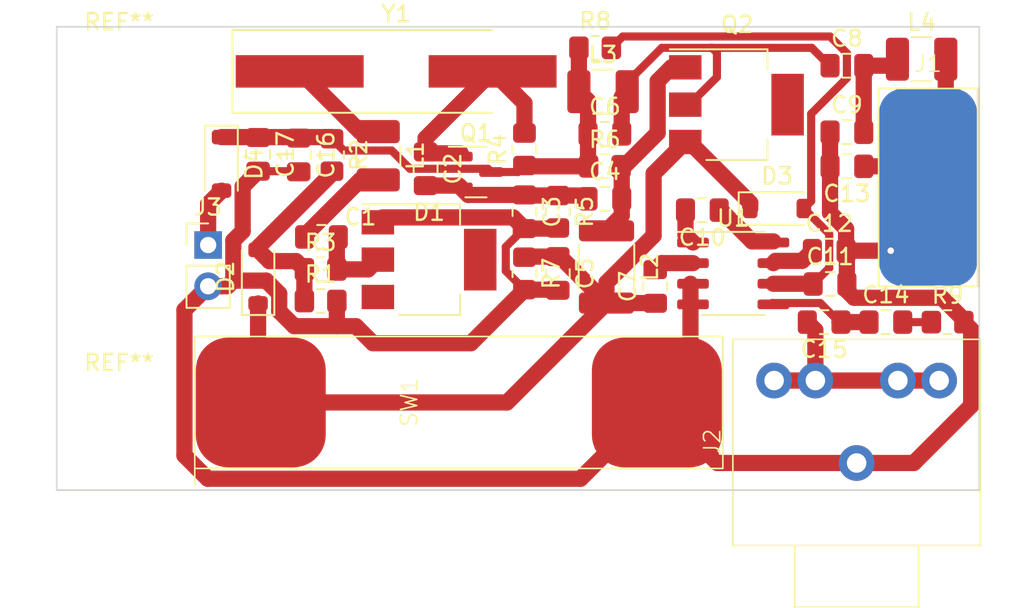
<source format=kicad_pcb>
(kicad_pcb (version 20221018) (generator pcbnew)
  (layers (0 "F.Cu" signal) (31 "B.Cu" signal) (34 "B.Paste" user) (35 "F.Paste" user) (36 "B.SilkS" user "B.Silkscreen") (37 "F.SilkS" user "F.Silkscreen") (38 "B.Mask" user) (39 "F.Mask" user) (44 "Edge.Cuts" user))
  (net 0 "")
  (net 1 "Net-(J1-In)")
  (net 2 "GND")
  (net 3 "/audio")
  (net 4 "Net-(J2-Pin_1)")
  (net 5 "Net-(C14-Pad2)")
  (net 6 "VCC")
  (net 7 "Net-(D3-A)")
  (net 8 "Net-(Q2-B)")
  (net 9 "Net-(Q1-E)")
  (net 10 "Net-(Q1-B)")
  (net 11 "Net-(D2-A)")
  (net 12 "Net-(D1-A)")
  (net 13 "/antenna")
  (net 14 "Net-(C10-Pad2)")
  (net 15 "Net-(U1--)")
  (net 16 "Net-(C14-Pad1)")
  (net 17 "Net-(U1-BYPASS)")
  (net 18 "Net-(C10-Pad1)")
  (net 19 "Net-(C8-Pad2)")
  (net 20 "Net-(L1-Pad1)")
  (net 21 "Net-(C1-Pad1)")
  (net 22 "Net-(D4-A)")
  (footprint "Package_TO_SOT_SMD:SOT-223" (layer "F.Cu") (at 127.5 61.1)
    (fp_text reference "Q2" (at 0.05 -4.9375) (layer "F.SilkS"))
    (fp_text value "PZT2222AT1G")
    (fp_line (start -4.1 -3.41) (end 1.91 -3.41) (stroke (width 0.12)) (layer "F.SilkS"))
    (fp_line (start -1.85 3.41) (end 1.91 3.41) (stroke (width 0.12)) (layer "F.SilkS"))
    (fp_line (start 1.91 -3.41) (end 1.91 -2.15) (stroke (width 0.12)) (layer "F.SilkS"))
    (fp_line (start 1.91 3.41) (end 1.91 2.15) (stroke (width 0.12)) (layer "F.SilkS"))
    (pad "1" smd rect (at -3.15 -2.3) (size 2 1.5) (layers "F.Cu" "F.Paste" "F.Mask") (net 8 "Net-(Q2-B)"))
    (pad "2" smd rect (at -3.15 0) (size 2 1.5) (layers "F.Cu" "F.Paste" "F.Mask") (net 13 "/antenna"))
    (pad "3" smd rect (at -3.15 2.3) (size 2 1.5) (layers "F.Cu" "F.Paste" "F.Mask") (net 3 "/audio"))
    (pad "4" smd rect (at 3.15 0) (size 2 3.8) (layers "F.Cu" "F.Paste" "F.Mask"))
  )
  (footprint "Resistor_SMD:R_0805_2012Metric_Pad1.20x1.40mm_HandSolder" (layer "F.Cu") (at 101.9 73.2)
    (fp_text reference "R1" (at 0 -1.65) (layer "F.SilkS"))
    (fp_text value "100k")
    (fp_line (start -0.227064 -0.735) (end 0.227064 -0.735) (stroke (width 0.12)) (layer "F.SilkS"))
    (fp_line (start -0.227064 0.735) (end 0.227064 0.735) (stroke (width 0.12)) (layer "F.SilkS"))
    (pad "1" smd roundrect (at -1 0) (size 1.2 1.4) (layers "F.Cu" "F.Paste" "F.Mask") (roundrect_rratio 0.2083333333) (net 11 "Net-(D2-A)"))
    (pad "2" smd roundrect (at 1 0) (size 1.2 1.4) (layers "F.Cu" "F.Paste" "F.Mask") (roundrect_rratio 0.2083333333) (net 2 "GND"))
  )
  (footprint "Capacitor_SMD:C_0805_2012Metric_Pad1.18x1.45mm_HandSolder" (layer "F.Cu") (at 136.7 74.5)
    (fp_text reference "C14" (at 0 -1.68) (layer "F.SilkS"))
    (fp_text value "47n")
    (fp_line (start -0.261252 -0.735) (end 0.261252 -0.735) (stroke (width 0.12)) (layer "F.SilkS"))
    (fp_line (start -0.261252 0.735) (end 0.261252 0.735) (stroke (width 0.12)) (layer "F.SilkS"))
    (pad "1" smd roundrect (at -1.0375 0) (size 1.175 1.45) (layers "F.Cu" "F.Paste" "F.Mask") (roundrect_rratio 0.2127659574) (net 16 "Net-(C14-Pad1)"))
    (pad "2" smd roundrect (at 1.0375 0) (size 1.175 1.45) (layers "F.Cu" "F.Paste" "F.Mask") (roundrect_rratio 0.2127659574) (net 5 "Net-(C14-Pad2)"))
  )
  (footprint "morse-custom-footprints:jack_audio_connector" (layer "F.Cu") (at 134.9 80.64 90)
    (fp_text reference "J2" (at -1.27 -8.89 90 unlocked) (layer "F.SilkS") (effects (font (thickness 0.1))))
    (fp_text value "jack_connecor")
    (fp_line (start -11.43 -3.81) (end -11.43 3.81) (stroke (width 0.1)) (layer "F.SilkS"))
    (fp_line (start -11.43 3.81) (end -7.62 3.81) (stroke (width 0.1)) (layer "F.SilkS"))
    (fp_line (start -7.62 -7.62) (end 2.54 -7.62) (stroke (width 0.1)) (layer "F.SilkS"))
    (fp_line (start -7.62 -3.81) (end -11.43 -3.81) (stroke (width 0.1)) (layer "F.SilkS"))
    (fp_line (start -7.62 7.62) (end -7.62 -7.62) (stroke (width 0.1)) (layer "F.SilkS"))
    (fp_line (start 2.54 -7.62) (end 5.08 -7.62) (stroke (width 0.1)) (layer "F.SilkS"))
    (fp_line (start 5.08 -7.62) (end 5.08 7.62) (stroke (width 0.1)) (layer "F.SilkS"))
    (fp_line (start 5.08 7.62) (end -7.62 7.62) (stroke (width 0.1)) (layer "F.SilkS"))
    (pad "1" thru_hole circle (at 2.54 -5.08 90) (size 2.2 2.2) (drill 1.2) (layers "*.Cu" "*.Mask") (net 4 "Net-(J2-Pin_1)"))
    (pad "2" thru_hole circle (at 2.54 -2.54 90) (size 2.2 2.2) (drill 1.2) (layers "*.Cu" "*.Mask") (net 4 "Net-(J2-Pin_1)"))
    (pad "3" thru_hole circle (at 2.54 2.54 90) (size 2.2 2.2) (drill 1.2) (layers "*.Cu" "*.Mask") (net 4 "Net-(J2-Pin_1)"))
    (pad "4" thru_hole circle (at 2.54 5.08 90) (size 2.2 2.2) (drill 1.2) (layers "*.Cu" "*.Mask") (net 4 "Net-(J2-Pin_1)"))
    (pad "5" thru_hole circle (at -2.54 0 90) (size 2.2 2.2) (drill 1.2) (layers "*.Cu" "*.Mask") (net 2 "GND"))
  )
  (footprint "Inductor_SMD:L_1210_3225Metric_Pad1.42x2.65mm_HandSolder" (layer "F.Cu") (at 119.2875 60.3)
    (fp_text reference "L3" (at 0 -2.28) (layer "F.SilkS"))
    (fp_text value "12u")
    (fp_line (start -0.602064 -1.36) (end 0.602064 -1.36) (stroke (width 0.12)) (layer "F.SilkS"))
    (fp_line (start -0.602064 1.36) (end 0.602064 1.36) (stroke (width 0.12)) (layer "F.SilkS"))
    (pad "1" smd roundrect (at -1.4875 0) (size 1.425 2.65) (layers "F.Cu" "F.Paste" "F.Mask") (roundrect_rratio 0.1754392982) (net 6 "VCC"))
    (pad "2" smd roundrect (at 1.4875 0) (size 1.425 2.65) (layers "F.Cu" "F.Paste" "F.Mask") (roundrect_rratio 0.1754392982) (net 13 "/antenna"))
  )
  (footprint "MountingHole:MountingHole_3mm" (layer "F.Cu") (at 89.5 81)
    (fp_text reference "REF**" (at 0 -4) (layer "F.SilkS"))
    (fp_text value "MountingHole_3mm")
    (pad "" np_thru_hole circle (at 0 0) (size 3 3) (drill 3) (layers "*.Cu" "*.Mask"))
  )
  (footprint "Diode_SMD:D_SOD-123" (layer "F.Cu") (at 95.8 64.75 -90)
    (fp_text reference "D4" (at 0 -2 90) (layer "F.SilkS"))
    (fp_text value "S14")
    (fp_line (start -2.36 -1) (end -2.36 1) (stroke (width 0.12)) (layer "F.SilkS"))
    (fp_line (start -2.36 -1) (end 1.65 -1) (stroke (width 0.12)) (layer "F.SilkS"))
    (fp_line (start -2.36 1) (end 1.65 1) (stroke (width 0.12)) (layer "F.SilkS"))
    (pad "1" smd roundrect (at -1.65 0 270) (size 0.9 1.2) (layers "F.Cu" "F.Paste" "F.Mask") (net 6 "VCC"))
    (pad "2" smd roundrect (at 1.65 0 270) (size 0.9 1.2) (layers "F.Cu" "F.Paste" "F.Mask") (net 22 "Net-(D4-A)"))
  )
  (footprint "Capacitor_SMD:C_0805_2012Metric_Pad1.18x1.45mm_HandSolder" (layer "F.Cu") (at 132.9 74.5 180)
    (fp_text reference "C15" (at 0 -1.68) (layer "F.SilkS"))
    (fp_text value "22u")
    (fp_line (start -0.261252 -0.735) (end 0.261252 -0.735) (stroke (width 0.12)) (layer "F.SilkS"))
    (fp_line (start -0.261252 0.735) (end 0.261252 0.735) (stroke (width 0.12)) (layer "F.SilkS"))
    (pad "1" smd roundrect (at -1.0375 0 180) (size 1.175 1.45) (layers "F.Cu" "F.Paste" "F.Mask") (roundrect_rratio 0.2127659574) (net 16 "Net-(C14-Pad1)"))
    (pad "2" smd roundrect (at 1.0375 0 180) (size 1.175 1.45) (layers "F.Cu" "F.Paste" "F.Mask") (roundrect_rratio 0.2127659574) (net 4 "Net-(J2-Pin_1)"))
  )
  (footprint "Resistor_SMD:R_0805_2012Metric_Pad1.20x1.40mm_HandSolder" (layer "F.Cu") (at 119.4 64.9)
    (fp_text reference "R6" (at 0 -1.65) (layer "F.SilkS"))
    (fp_text value "47k")
    (fp_line (start -0.227064 -0.735) (end 0.227064 -0.735) (stroke (width 0.12)) (layer "F.SilkS"))
    (fp_line (start -0.227064 0.735) (end 0.227064 0.735) (stroke (width 0.12)) (layer "F.SilkS"))
    (pad "1" smd roundrect (at -1 0) (size 1.2 1.4) (layers "F.Cu" "F.Paste" "F.Mask") (roundrect_rratio 0.2083333333) (net 6 "VCC"))
    (pad "2" smd roundrect (at 1 0) (size 1.2 1.4) (layers "F.Cu" "F.Paste" "F.Mask") (roundrect_rratio 0.2083333333) (net 8 "Net-(Q2-B)"))
  )
  (footprint "Capacitor_SMD:C_0805_2012Metric_Pad1.18x1.45mm_HandSolder" (layer "F.Cu") (at 101.95 69.25)
    (fp_text reference "C1" (at 2.4 -1.23) (layer "F.SilkS"))
    (fp_text value "1n")
    (fp_line (start -0.261252 -0.735) (end 0.261252 -0.735) (stroke (width 0.12)) (layer "F.SilkS"))
    (fp_line (start -0.261252 0.735) (end 0.261252 0.735) (stroke (width 0.12)) (layer "F.SilkS"))
    (pad "1" smd roundrect (at -1.0375 0) (size 1.175 1.45) (layers "F.Cu" "F.Paste" "F.Mask") (roundrect_rratio 0.2127659574) (net 21 "Net-(C1-Pad1)"))
    (pad "2" smd roundrect (at 1.0375 0) (size 1.175 1.45) (layers "F.Cu" "F.Paste" "F.Mask") (roundrect_rratio 0.2127659574) (net 12 "Net-(D1-A)"))
  )
  (footprint "Resistor_SMD:R_0805_2012Metric_Pad1.20x1.40mm_HandSolder" (layer "F.Cu") (at 118.8 57.6)
    (fp_text reference "R8" (at 0 -1.65) (layer "F.SilkS"))
    (fp_text value "1k")
    (fp_line (start -0.227064 -0.735) (end 0.227064 -0.735) (stroke (width 0.12)) (layer "F.SilkS"))
    (fp_line (start -0.227064 0.735) (end 0.227064 0.735) (stroke (width 0.12)) (layer "F.SilkS"))
    (pad "1" smd roundrect (at -1 0) (size 1.2 1.4) (layers "F.Cu" "F.Paste" "F.Mask") (roundrect_rratio 0.2083333333) (net 6 "VCC"))
    (pad "2" smd roundrect (at 1 0) (size 1.2 1.4) (layers "F.Cu" "F.Paste" "F.Mask") (roundrect_rratio 0.2083333333) (net 7 "Net-(D3-A)"))
  )
  (footprint "Resistor_SMD:R_0805_2012Metric_Pad1.20x1.40mm_HandSolder" (layer "F.Cu") (at 114.45 63.85 90)
    (fp_text reference "R4" (at 0 -1.65 90) (layer "F.SilkS"))
    (fp_text value "47k")
    (fp_line (start -0.227064 -0.735) (end 0.227064 -0.735) (stroke (width 0.12)) (layer "F.SilkS"))
    (fp_line (start -0.227064 0.735) (end 0.227064 0.735) (stroke (width 0.12)) (layer "F.SilkS"))
    (pad "1" smd roundrect (at -1 0 90) (size 1.2 1.4) (layers "F.Cu" "F.Paste" "F.Mask") (roundrect_rratio 0.2083333333) (net 6 "VCC"))
    (pad "2" smd roundrect (at 1 0 90) (size 1.2 1.4) (layers "F.Cu" "F.Paste" "F.Mask") (roundrect_rratio 0.2083333333) (net 10 "Net-(Q1-B)"))
  )
  (footprint "Capacitor_SMD:C_0805_2012Metric_Pad1.18x1.45mm_HandSolder" (layer "F.Cu") (at 134.3 64.9 180)
    (fp_text reference "C13" (at 0 -1.68) (layer "F.SilkS"))
    (fp_text value "820p")
    (fp_line (start -0.261252 -0.735) (end 0.261252 -0.735) (stroke (width 0.12)) (layer "F.SilkS"))
    (fp_line (start -0.261252 0.735) (end 0.261252 0.735) (stroke (width 0.12)) (layer "F.SilkS"))
    (pad "1" smd roundrect (at -1.0375 0 180) (size 1.175 1.45) (layers "F.Cu" "F.Paste" "F.Mask") (roundrect_rratio 0.2127659574) (net 1 "Net-(J1-In)"))
    (pad "2" smd roundrect (at 1.0375 0 180) (size 1.175 1.45) (layers "F.Cu" "F.Paste" "F.Mask") (roundrect_rratio 0.2127659574) (net 2 "GND"))
  )
  (footprint "morse-custom-footprints:key" (layer "F.Cu") (at 109.9 79.45 90)
    (fp_text reference "SW1" (at 0 -2.54 90 unlocked) (layer "F.SilkS") (effects (font (thickness 0.1))))
    (fp_text value "SW_Push")
    (fp_line (start -5.08 -15.748) (end 4.064 -15.748) (stroke (width 0.1)) (layer "F.SilkS"))
    (fp_line (start -4.064 16.764) (end -4.064 -15.748) (stroke (width 0.1)) (layer "F.SilkS"))
    (fp_line (start 4.064 -15.748) (end 4.064 16.764) (stroke (width 0.1)) (layer "F.SilkS"))
    (fp_line (start 4.064 16.764) (end -4.064 16.764) (stroke (width 0.1)) (layer "F.SilkS"))
    (pad "1" smd roundrect (at 0 12.7 90) (size 8 8) (layers "F.Cu" "F.Paste" "F.Mask") (net 2 "GND"))
    (pad "2" smd roundrect (at 0 -11.684 90) (size 8 8) (layers "F.Cu" "F.Paste" "F.Mask") (net 3 "/audio"))
  )
  (footprint "Capacitor_SMD:C_0805_2012Metric_Pad1.18x1.45mm_HandSolder" (layer "F.Cu") (at 122.5 72.3 90)
    (fp_text reference "C7" (at 0 -1.68 90) (layer "F.SilkS"))
    (fp_text value "100n")
    (fp_line (start -0.261252 -0.735) (end 0.261252 -0.735) (stroke (width 0.12)) (layer "F.SilkS"))
    (fp_line (start -0.261252 0.735) (end 0.261252 0.735) (stroke (width 0.12)) (layer "F.SilkS"))
    (pad "1" smd roundrect (at -1.0375 0 90) (size 1.175 1.45) (layers "F.Cu" "F.Paste" "F.Mask") (roundrect_rratio 0.2127659574) (net 3 "/audio"))
    (pad "2" smd roundrect (at 1.0375 0 90) (size 1.175 1.45) (layers "F.Cu" "F.Paste" "F.Mask") (roundrect_rratio 0.2127659574) (net 15 "Net-(U1--)"))
  )
  (footprint "Resistor_SMD:R_0805_2012Metric_Pad1.20x1.40mm_HandSolder" (layer "F.Cu") (at 114.45 71.5 -90)
    (fp_text reference "R7" (at 0 -1.65 90) (layer "F.SilkS"))
    (fp_text value "10k")
    (fp_line (start -0.227064 -0.735) (end 0.227064 -0.735) (stroke (width 0.12)) (layer "F.SilkS"))
    (fp_line (start -0.227064 0.735) (end 0.227064 0.735) (stroke (width 0.12)) (layer "F.SilkS"))
    (pad "1" smd roundrect (at -1 0 270) (size 1.2 1.4) (layers "F.Cu" "F.Paste" "F.Mask") (roundrect_rratio 0.2083333333) (net 3 "/audio"))
    (pad "2" smd roundrect (at 1 0 270) (size 1.2 1.4) (layers "F.Cu" "F.Paste" "F.Mask") (roundrect_rratio 0.2083333333) (net 2 "GND"))
  )
  (footprint "Resistor_SMD:R_0805_2012Metric_Pad1.20x1.40mm_HandSolder" (layer "F.Cu") (at 101.9 71.25)
    (fp_text reference "R3" (at 0 -1.65) (layer "F.SilkS"))
    (fp_text value "100k")
    (fp_line (start -0.227064 -0.735) (end 0.227064 -0.735) (stroke (width 0.12)) (layer "F.SilkS"))
    (fp_line (start -0.227064 0.735) (end 0.227064 0.735) (stroke (width 0.12)) (layer "F.SilkS"))
    (pad "1" smd roundrect (at -1 0) (size 1.2 1.4) (layers "F.Cu" "F.Paste" "F.Mask") (roundrect_rratio 0.2083333333) (net 11 "Net-(D2-A)"))
    (pad "2" smd roundrect (at 1 0) (size 1.2 1.4) (layers "F.Cu" "F.Paste" "F.Mask") (roundrect_rratio 0.2083333333) (net 12 "Net-(D1-A)"))
  )
  (footprint "Capacitor_SMD:C_0805_2012Metric_Pad1.18x1.45mm_HandSolder" (layer "F.Cu") (at 133.2625 72.15)
    (fp_text reference "C11" (at 0 -1.68) (layer "F.SilkS"))
    (fp_text value "22u")
    (fp_line (start -0.261252 -0.735) (end 0.261252 -0.735) (stroke (width 0.12)) (layer "F.SilkS"))
    (fp_line (start -0.261252 0.735) (end 0.261252 0.735) (stroke (width 0.12)) (layer "F.SilkS"))
    (pad "1" smd roundrect (at -1.0375 0) (size 1.175 1.45) (layers "F.Cu" "F.Paste" "F.Mask") (roundrect_rratio 0.2127659574) (net 7 "Net-(D3-A)"))
    (pad "2" smd roundrect (at 1.0375 0) (size 1.175 1.45) (layers "F.Cu" "F.Paste" "F.Mask") (roundrect_rratio 0.2127659574) (net 2 "GND"))
  )
  (footprint "Resistor_SMD:R_0805_2012Metric_Pad1.20x1.40mm_HandSolder" (layer "F.Cu") (at 116.5 67.7 -90)
    (fp_text reference "R5" (at 0 -1.65 90) (layer "F.SilkS"))
    (fp_text value "1k")
    (fp_line (start -0.227064 -0.735) (end 0.227064 -0.735) (stroke (width 0.12)) (layer "F.SilkS"))
    (fp_line (start -0.227064 0.735) (end 0.227064 0.735) (stroke (width 0.12)) (layer "F.SilkS"))
    (pad "1" smd roundrect (at -1 0 270) (size 1.2 1.4) (layers "F.Cu" "F.Paste" "F.Mask") (roundrect_rratio 0.2083333333) (net 9 "Net-(Q1-E)"))
    (pad "2" smd roundrect (at 1 0 270) (size 1.2 1.4) (layers "F.Cu" "F.Paste" "F.Mask") (roundrect_rratio 0.2083333333) (net 2 "GND"))
  )
  (footprint "Capacitor_SMD:C_0805_2012Metric_Pad1.18x1.45mm_HandSolder" (layer "F.Cu") (at 119.4 62.9)
    (fp_text reference "C6" (at 0 -1.68) (layer "F.SilkS"))
    (fp_text value "180p")
    (fp_line (start -0.261252 -0.735) (end 0.261252 -0.735) (stroke (width 0.12)) (layer "F.SilkS"))
    (fp_line (start -0.261252 0.735) (end 0.261252 0.735) (stroke (width 0.12)) (layer "F.SilkS"))
    (pad "1" smd roundrect (at -1.0375 0) (size 1.175 1.45) (layers "F.Cu" "F.Paste" "F.Mask") (roundrect_rratio 0.2127659574) (net 6 "VCC"))
    (pad "2" smd roundrect (at 1.0375 0) (size 1.175 1.45) (layers "F.Cu" "F.Paste" "F.Mask") (roundrect_rratio 0.2127659574) (net 13 "/antenna"))
  )
  (footprint "Package_SO:SOIC-8_3.9x4.9mm_P1.27mm" (layer "F.Cu") (at 127.3 71.5)
    (fp_text reference "U1" (at 0 -3.4) (layer "F.SilkS"))
    (fp_text value "LM386")
    (fp_line (start 0 -2.56) (end -3.45 -2.56) (stroke (width 0.12)) (layer "F.SilkS"))
    (fp_line (start 0 -2.56) (end 1.95 -2.56) (stroke (width 0.12)) (layer "F.SilkS"))
    (fp_line (start 0 2.56) (end -1.95 2.56) (stroke (width 0.12)) (layer "F.SilkS"))
    (fp_line (start 0 2.56) (end 1.95 2.56) (stroke (width 0.12)) (layer "F.SilkS"))
    (pad "1" smd roundrect (at -2.475 -1.905) (size 1.95 0.6) (layers "F.Cu" "F.Paste" "F.Mask") (net 14 "Net-(C10-Pad2)"))
    (pad "2" smd roundrect (at -2.475 -0.635) (size 1.95 0.6) (layers "F.Cu" "F.Paste" "F.Mask") (net 15 "Net-(U1--)"))
    (pad "3" smd roundrect (at -2.475 0.635) (size 1.95 0.6) (layers "F.Cu" "F.Paste" "F.Mask") (net 2 "GND"))
    (pad "4" smd roundrect (at -2.475 1.905) (size 1.95 0.6) (layers "F.Cu" "F.Paste" "F.Mask") (net 2 "GND"))
    (pad "5" smd roundrect (at 2.475 1.905) (size 1.95 0.6) (layers "F.Cu" "F.Paste" "F.Mask") (net 16 "Net-(C14-Pad1)"))
    (pad "6" smd roundrect (at 2.475 0.635) (size 1.95 0.6) (layers "F.Cu" "F.Paste" "F.Mask") (net 7 "Net-(D3-A)"))
    (pad "7" smd roundrect (at 2.475 -0.635) (size 1.95 0.6) (layers "F.Cu" "F.Paste" "F.Mask") (net 17 "Net-(U1-BYPASS)"))
    (pad "8" smd roundrect (at 2.475 -1.905) (size 1.95 0.6) (layers "F.Cu" "F.Paste" "F.Mask") (net 18 "Net-(C10-Pad1)"))
  )
  (footprint "Capacitor_SMD:C_0805_2012Metric_Pad1.18x1.45mm_HandSolder" (layer "F.Cu") (at 134.3 62.8)
    (fp_text reference "C9" (at 0 -1.68) (layer "F.SilkS"))
    (fp_text value "820p")
    (fp_line (start -0.261252 -0.735) (end 0.261252 -0.735) (stroke (width 0.12)) (layer "F.SilkS"))
    (fp_line (start -0.261252 0.735) (end 0.261252 0.735) (stroke (width 0.12)) (layer "F.SilkS"))
    (pad "1" smd roundrect (at -1.0375 0) (size 1.175 1.45) (layers "F.Cu" "F.Paste" "F.Mask") (roundrect_rratio 0.2127659574) (net 2 "GND"))
    (pad "2" smd roundrect (at 1.0375 0) (size 1.175 1.45) (layers "F.Cu" "F.Paste" "F.Mask") (roundrect_rratio 0.2127659574) (net 19 "Net-(C8-Pad2)"))
  )
  (footprint "MountingHole:MountingHole_3mm" (layer "F.Cu") (at 89.5 60)
    (fp_text reference "REF**" (at 0 -4) (layer "F.SilkS"))
    (fp_text value "MountingHole_3mm")
    (pad "" np_thru_hole circle (at 0 0) (size 3 3) (drill 3) (layers "*.Cu" "*.Mask"))
  )
  (footprint "Capacitor_SMD:C_0805_2012Metric_Pad1.18x1.45mm_HandSolder" (layer "F.Cu") (at 116.5 71.5 -90)
    (fp_text reference "C5" (at 0 -1.68 90) (layer "F.SilkS"))
    (fp_text value "10n")
    (fp_line (start -0.261252 -0.735) (end 0.261252 -0.735) (stroke (width 0.12)) (layer "F.SilkS"))
    (fp_line (start -0.261252 0.735) (end 0.261252 0.735) (stroke (width 0.12)) (layer "F.SilkS"))
    (pad "1" smd roundrect (at -1.0375 0 270) (size 1.175 1.45) (layers "F.Cu" "F.Paste" "F.Mask") (roundrect_rratio 0.2127659574) (net 3 "/audio"))
    (pad "2" smd roundrect (at 1.0375 0 270) (size 1.175 1.45) (layers "F.Cu" "F.Paste" "F.Mask") (roundrect_rratio 0.2127659574) (net 2 "GND"))
  )
  (footprint "Inductor_SMD:L_1210_3225Metric_Pad1.42x2.65mm_HandSolder" (layer "F.Cu") (at 105.45 64.25 -90)
    (fp_text reference "L1" (at 0 -2.28 90) (layer "F.SilkS"))
    (fp_text value "39..47u")
    (fp_line (start -0.602064 -1.36) (end 0.602064 -1.36) (stroke (width 0.12)) (layer "F.SilkS"))
    (fp_line (start -0.602064 1.36) (end 0.602064 1.36) (stroke (width 0.12)) (layer "F.SilkS"))
    (pad "1" smd roundrect (at -1.4875 0 270) (size 1.425 2.65) (layers "F.Cu" "F.Paste" "F.Mask") (roundrect_rratio 0.1754392982) (net 20 "Net-(L1-Pad1)"))
    (pad "2" smd roundrect (at 1.4875 0 270) (size 1.425 2.65) (layers "F.Cu" "F.Paste" "F.Mask") (roundrect_rratio 0.1754392982) (net 21 "Net-(C1-Pad1)"))
  )
  (footprint "Resistor_SMD:R_0805_2012Metric_Pad1.20x1.40mm_HandSolder" (layer "F.Cu") (at 102.6 64.2 -90)
    (fp_text reference "R2" (at 0 -1.65 90) (layer "F.SilkS"))
    (fp_text value "100k")
    (fp_line (start -0.227064 -0.735) (end 0.227064 -0.735) (stroke (width 0.12)) (layer "F.SilkS"))
    (fp_line (start -0.227064 0.735) (end 0.227064 0.735) (stroke (width 0.12)) (layer "F.SilkS"))
    (pad "1" smd roundrect (at -1 0 270) (size 1.2 1.4) (layers "F.Cu" "F.Paste" "F.Mask") (roundrect_rratio 0.2083333333) (net 6 "VCC"))
    (pad "2" smd roundrect (at 1 0 270) (size 1.2 1.4) (layers "F.Cu" "F.Paste" "F.Mask") (roundrect_rratio 0.2083333333) (net 11 "Net-(D2-A)"))
  )
  (footprint "Diode_SMD:D_SOD-123" (layer "F.Cu") (at 98.05 71.7 90)
    (fp_text reference "D2" (at 0 -2 90) (layer "F.SilkS"))
    (fp_text value "S14")
    (fp_line (start -2.36 -1) (end -2.36 1) (stroke (width 0.12)) (layer "F.SilkS"))
    (fp_line (start -2.36 -1) (end 1.65 -1) (stroke (width 0.12)) (layer "F.SilkS"))
    (fp_line (start -2.36 1) (end 1.65 1) (stroke (width 0.12)) (layer "F.SilkS"))
    (pad "1" smd roundrect (at -1.65 0 90) (size 0.9 1.2) (layers "F.Cu" "F.Paste" "F.Mask") (net 3 "/audio"))
    (pad "2" smd roundrect (at 1.65 0 90) (size 0.9 1.2) (layers "F.Cu" "F.Paste" "F.Mask") (net 11 "Net-(D2-A)"))
  )
  (footprint "Capacitor_SMD:C_0805_2012Metric_Pad1.18x1.45mm_HandSolder" (layer "F.Cu") (at 100.55 64.2 -90)
    (fp_text reference "C16" (at 0 -1.68 90) (layer "F.SilkS"))
    (fp_text value "100n")
    (fp_line (start -0.261252 -0.735) (end 0.261252 -0.735) (stroke (width 0.12)) (layer "F.SilkS"))
    (fp_line (start -0.261252 0.735) (end 0.261252 0.735) (stroke (width 0.12)) (layer "F.SilkS"))
    (pad "1" smd roundrect (at -1.0375 0 270) (size 1.175 1.45) (layers "F.Cu" "F.Paste" "F.Mask") (roundrect_rratio 0.2127659574) (net 6 "VCC"))
    (pad "2" smd roundrect (at 1.0375 0 270) (size 1.175 1.45) (layers "F.Cu" "F.Paste" "F.Mask") (roundrect_rratio 0.2127659574) (net 2 "GND"))
  )
  (footprint "Capacitor_SMD:C_0805_2012Metric_Pad1.18x1.45mm_HandSolder" (layer "F.Cu") (at 125.4 67.6 180)
    (fp_text reference "C10" (at 0 -1.68) (layer "F.SilkS"))
    (fp_text value "10u")
    (fp_line (start -0.261252 -0.735) (end 0.261252 -0.735) (stroke (width 0.12)) (layer "F.SilkS"))
    (fp_line (start -0.261252 0.735) (end 0.261252 0.735) (stroke (width 0.12)) (layer "F.SilkS"))
    (pad "1" smd roundrect (at -1.0375 0 180) (size 1.175 1.45) (layers "F.Cu" "F.Paste" "F.Mask") (roundrect_rratio 0.2127659574) (net 18 "Net-(C10-Pad1)"))
    (pad "2" smd roundrect (at 1.0375 0 180) (size 1.175 1.45) (layers "F.Cu" "F.Paste" "F.Mask") (roundrect_rratio 0.2127659574) (net 14 "Net-(C10-Pad2)"))
  )
  (footprint "Inductor_SMD:L_1812_4532Metric_Pad1.30x3.40mm_HandSolder" (layer "F.Cu") (at 119.5 71.1 -90)
    (fp_text reference "L2" (at 0 -2.65 90) (layer "F.SilkS"))
    (fp_text value "470u")
    (fp_line (start -1.386252 -1.71) (end 1.386252 -1.71) (stroke (width 0.12)) (layer "F.SilkS"))
    (fp_line (start -1.386252 1.71) (end 1.386252 1.71) (stroke (width 0.12)) (layer "F.SilkS"))
    (pad "1" smd roundrect (at -2.225 0 270) (size 1.3 3.4) (layers "F.Cu" "F.Paste" "F.Mask") (roundrect_rratio 0.1923076923) (net 8 "Net-(Q2-B)"))
    (pad "2" smd roundrect (at 2.225 0 270) (size 1.3 3.4) (layers "F.Cu" "F.Paste" "F.Mask") (roundrect_rratio 0.1923076923) (net 3 "/audio"))
  )
  (footprint "Diode_SMD:D_SOD-123" (layer "F.Cu") (at 130 67.5)
    (fp_text reference "D3" (at 0 -2) (layer "F.SilkS"))
    (fp_text value "S14")
    (fp_line (start -2.36 -1) (end -2.36 1) (stroke (width 0.12)) (layer "F.SilkS"))
    (fp_line (start -2.36 -1) (end 1.65 -1) (stroke (width 0.12)) (layer "F.SilkS"))
    (fp_line (start -2.36 1) (end 1.65 1) (stroke (width 0.12)) (layer "F.SilkS"))
    (pad "1" smd roundrect (at -1.65 0) (size 0.9 1.2) (layers "F.Cu" "F.Paste" "F.Mask") (net 3 "/audio"))
    (pad "2" smd roundrect (at 1.65 0) (size 0.9 1.2) (layers "F.Cu" "F.Paste" "F.Mask") (net 7 "Net-(D3-A)"))
  )
  (footprint "Capacitor_SMD:C_0805_2012Metric_Pad1.18x1.45mm_HandSolder" (layer "F.Cu") (at 119.4 66.9)
    (fp_text reference "C4" (at 0 -1.68) (layer "F.SilkS"))
    (fp_text value "1n")
    (fp_line (start -0.261252 -0.735) (end 0.261252 -0.735) (stroke (width 0.12)) (layer "F.SilkS"))
    (fp_line (start -0.261252 0.735) (end 0.261252 0.735) (stroke (width 0.12)) (layer "F.SilkS"))
    (pad "1" smd roundrect (at -1.0375 0) (size 1.175 1.45) (layers "F.Cu" "F.Paste" "F.Mask") (roundrect_rratio 0.2127659574) (net 9 "Net-(Q1-E)"))
    (pad "2" smd roundrect (at 1.0375 0) (size 1.175 1.45) (layers "F.Cu" "F.Paste" "F.Mask") (roundrect_rratio 0.2127659574) (net 8 "Net-(Q2-B)"))
  )
  (footprint "Capacitor_SMD:C_0805_2012Metric_Pad1.18x1.45mm_HandSolder" (layer "F.Cu") (at 108.3625 65.05 -90)
    (fp_text reference "C2" (at 0 -1.68 90) (layer "F.SilkS"))
    (fp_text value "220p")
    (fp_line (start -0.261252 -0.735) (end 0.261252 -0.735) (stroke (width 0.12)) (layer "F.SilkS"))
    (fp_line (start -0.261252 0.735) (end 0.261252 0.735) (stroke (width 0.12)) (layer "F.SilkS"))
    (pad "1" smd roundrect (at -1.0375 0 270) (size 1.175 1.45) (layers "F.Cu" "F.Paste" "F.Mask") (roundrect_rratio 0.2127659574) (net 10 "Net-(Q1-B)"))
    (pad "2" smd roundrect (at 1.0375 0 270) (size 1.175 1.45) (layers "F.Cu" "F.Paste" "F.Mask") (roundrect_rratio 0.2127659574) (net 9 "Net-(Q1-E)"))
  )
  (footprint "Crystal:Crystal_SMD_HC49-SD_HandSoldering" (layer "F.Cu") (at 106.55 59.05)
    (fp_text reference "Y1" (at 0 -3.55) (layer "F.SilkS"))
    (fp_text value "3579 kHz")
    (fp_line (start -10.075 -2.55) (end -10.075 2.55) (stroke (width 0.12)) (layer "F.SilkS"))
    (fp_line (start -10.075 2.55) (end 5.9 2.55) (stroke (width 0.12)) (layer "F.SilkS"))
    (fp_line (start 5.9 -2.55) (end -10.075 -2.55) (stroke (width 0.12)) (layer "F.SilkS"))
    (pad "1" smd rect (at -5.9375 0) (size 7.875 2) (layers "F.Cu" "F.Paste" "F.Mask") (net 20 "Net-(L1-Pad1)"))
    (pad "2" smd rect (at 5.9375 0) (size 7.875 2) (layers "F.Cu" "F.Paste" "F.Mask") (net 10 "Net-(Q1-B)"))
  )
  (footprint "Connector_PinHeader_2.54mm:PinHeader_1x02_P2.54mm_Vertical" (layer "F.Cu") (at 94.975 69.75)
    (fp_text reference "J3" (at 0 -2.33) (layer "F.SilkS"))
    (fp_text value "PWR in")
    (fp_line (start -1.33 -1.33) (end 0 -1.33) (stroke (width 0.12)) (layer "F.SilkS"))
    (fp_line (start -1.33 0) (end -1.33 -1.33) (stroke (width 0.12)) (layer "F.SilkS"))
    (fp_line (start -1.33 1.27) (end -1.33 3.87) (stroke (width 0.12)) (layer "F.SilkS"))
    (fp_line (start -1.33 1.27) (end 1.33 1.27) (stroke (width 0.12)) (layer "F.SilkS"))
    (fp_line (start -1.33 3.87) (end 1.33 3.87) (stroke (width 0.12)) (layer "F.SilkS"))
    (fp_line (start 1.33 1.27) (end 1.33 3.87) (stroke (width 0.12)) (layer "F.SilkS"))
    (pad "1" thru_hole rect (at 0 0) (size 1.7 1.7) (drill 1) (layers "*.Cu" "*.Mask") (net 22 "Net-(D4-A)"))
    (pad "2" thru_hole oval (at 0 2.54) (size 1.7 1.7) (drill 1) (layers "*.Cu" "*.Mask") (net 2 "GND"))
  )
  (footprint "Package_TO_SOT_SMD:SOT-23" (layer "F.Cu") (at 111.4625 65.25)
    (fp_text reference "Q1" (at 0 -2.4) (layer "F.SilkS"))
    (fp_text value "BC847")
    (fp_line (start 0 -1.56) (end -1.675 -1.56) (stroke (width 0.12)) (layer "F.SilkS"))
    (fp_line (start 0 -1.56) (end 0.65 -1.56) (stroke (width 0.12)) (layer "F.SilkS"))
    (fp_line (start 0 1.56) (end -0.65 1.56) (stroke (width 0.12)) (layer "F.SilkS"))
    (fp_line (start 0 1.56) (end 0.65 1.56) (stroke (width 0.12)) (layer "F.SilkS"))
    (pad "1" smd roundrect (at -0.9375 -0.95) (size 1.475 0.6) (layers "F.Cu" "F.Paste" "F.Mask") (net 10 "Net-(Q1-B)"))
    (pad "2" smd roundrect (at -0.9375 0.95) (size 1.475 0.6) (layers "F.Cu" "F.Paste" "F.Mask") (net 9 "Net-(Q1-E)"))
    (pad "3" smd roundrect (at 0.9375 0) (size 1.475 0.6) (layers "F.Cu" "F.Paste" "F.Mask") (net 6 "VCC"))
  )
  (footprint "Capacitor_SMD:C_0805_2012Metric_Pad1.18x1.45mm_HandSolder" (layer "F.Cu") (at 98.05 64.1625 -90)
    (fp_text reference "C17" (at 0 -1.68 90) (layer "F.SilkS"))
    (fp_text value "22u")
    (fp_line (start -0.261252 -0.735) (end 0.261252 -0.735) (stroke (width 0.12)) (layer "F.SilkS"))
    (fp_line (start -0.261252 0.735) (end 0.261252 0.735) (stroke (width 0.12)) (layer "F.SilkS"))
    (pad "1" smd roundrect (at -1.0375 0 270) (size 1.175 1.45) (layers "F.Cu" "F.Paste" "F.Mask") (roundrect_rratio 0.2127659574) (net 6 "VCC"))
    (pad "2" smd roundrect (at 1.0375 0 270) (size 1.175 1.45) (layers "F.Cu" "F.Paste" "F.Mask") (roundrect_rratio 0.2127659574) (net 2 "GND"))
  )
  (footprint "morse-custom-footprints:sma_rf_connector" (layer "F.Cu") (at 139.3 66.2)
    (fp_text reference "J1" (at 0 -7.62 unlocked) (layer "F.SilkS") (effects (font (thickness 0.1))))
    (fp_text value "Antenna connector")
    (fp_line (start -3.048 -6.096) (end -3.048 6.096) (stroke (width 0.1)) (layer "F.SilkS"))
    (fp_line (start -3.048 6.096) (end 3.048 6.096) (stroke (width 0.1)) (layer "F.SilkS"))
    (fp_line (start 3.048 -6.096) (end -3.048 -6.096) (stroke (width 0.1)) (layer "F.SilkS"))
    (fp_line (start 3.048 6.096) (end 3.048 -6.096) (stroke (width 0.1)) (layer "F.SilkS"))
    (pad "1" smd roundrect (at 0 0) (size 6 2.5) (layers "F.Cu" "F.Paste" "F.Mask") (net 1 "Net-(J1-In)"))
    (pad "2" smd roundrect (at 0 0) (size 6.048 12.192) (layers "B.Cu" "B.Paste" "B.Mask") (net 2 "GND"))
  )
  (footprint "Capacitor_SMD:C_0805_2012Metric_Pad1.18x1.45mm_HandSolder" (layer "F.Cu") (at 114.45 67.7 -90)
    (fp_text reference "C3" (at 0 -1.68 90) (layer "F.SilkS"))
    (fp_text value "220p")
    (fp_line (start -0.261252 -0.735) (end 0.261252 -0.735) (stroke (width 0.12)) (layer "F.SilkS"))
    (fp_line (start -0.261252 0.735) (end 0.261252 0.735) (stroke (width 0.12)) (layer "F.SilkS"))
    (pad "1" smd roundrect (at -1.0375 0 270) (size 1.175 1.45) (layers "F.Cu" "F.Paste" "F.Mask") (roundrect_rratio 0.2127659574) (net 9 "Net-(Q1-E)"))
    (pad "2" smd roundrect (at 1.0375 0 270) (size 1.175 1.45) (layers "F.Cu" "F.Paste" "F.Mask") (roundrect_rratio 0.2127659574) (net 2 "GND"))
  )
  (footprint "Capacitor_SMD:C_0805_2012Metric_Pad1.18x1.45mm_HandSolder" (layer "F.Cu") (at 134.3 58.7)
    (fp_text reference "C8" (at 0 -1.68) (layer "F.SilkS"))
    (fp_text value "10n")
    (fp_line (start -0.261252 -0.735) (end 0.261252 -0.735) (stroke (width 0.12)) (layer "F.SilkS"))
    (fp_line (start -0.261252 0.735) (end 0.261252 0.735) (stroke (width 0.12)) (layer "F.SilkS"))
    (pad "1" smd roundrect (at -1.0375 0) (size 1.175 1.45) (layers "F.Cu" "F.Paste" "F.Mask") (roundrect_rratio 0.2127659574) (net 13 "/antenna"))
    (pad "2" smd roundrect (at 1.0375 0) (size 1.175 1.45) (layers "F.Cu" "F.Paste" "F.Mask") (roundrect_rratio 0.2127659574) (net 19 "Net-(C8-Pad2)"))
  )
  (footprint "Resistor_SMD:R_0805_2012Metric_Pad1.20x1.40mm_HandSolder" (layer "F.Cu") (at 140.5025 74.5)
    (fp_text reference "R9" (at 0 -1.65) (layer "F.SilkS"))
    (fp_text value "10")
    (fp_line (start -0.227064 -0.735) (end 0.227064 -0.735) (stroke (width 0.12)) (layer "F.SilkS"))
    (fp_line (start -0.227064 0.735) (end 0.227064 0.735) (stroke (width 0.12)) (layer "F.SilkS"))
    (pad "1" smd roundrect (at -1 0) (size 1.2 1.4) (layers "F.Cu" "F.Paste" "F.Mask") (roundrect_rratio 0.2083333333) (net 5 "Net-(C14-Pad2)"))
    (pad "2" smd roundrect (at 1 0) (size 1.2 1.4) (layers "F.Cu" "F.Paste" "F.Mask") (roundrect_rratio 0.2083333333) (net 2 "GND"))
  )
  (footprint "Capacitor_SMD:C_0805_2012Metric_Pad1.18x1.45mm_HandSolder" (layer "F.Cu") (at 133.2125 70.1)
    (fp_text reference "C12" (at 0 -1.68) (layer "F.SilkS"))
    (fp_text value "22u")
    (fp_line (start -0.261252 -0.735) (end 0.261252 -0.735) (stroke (width 0.12)) (layer "F.SilkS"))
    (fp_line (start -0.261252 0.735) (end 0.261252 0.735) (stroke (width 0.12)) (layer "F.SilkS"))
    (pad "1" smd roundrect (at -1.0375 0) (size 1.175 1.45) (layers "F.Cu" "F.Paste" "F.Mask") (roundrect_rratio 0.2127659574) (net 17 "Net-(U1-BYPASS)"))
    (pad "2" smd roundrect (at 1.0375 0) (size 1.175 1.45) (layers "F.Cu" "F.Paste" "F.Mask") (roundrect_rratio 0.2127659574) (net 2 "GND"))
  )
  (footprint "Package_TO_SOT_SMD:SOT-223" (layer "F.Cu") (at 108.575 70.65)
    (fp_text reference "D1" (at 0 -2.9125) (layer "F.SilkS"))
    (fp_text value "D_Capacitance")
    (fp_line (start -4.1 -3.41) (end 1.91 -3.41) (stroke (width 0.12)) (layer "F.SilkS"))
    (fp_line (start -1.85 3.41) (end 1.91 3.41) (stroke (width 0.12)) (layer "F.SilkS"))
    (fp_line (start 1.91 -3.41) (end 1.91 -2.15) (stroke (width 0.12)) (layer "F.SilkS"))
    (fp_line (start 1.91 3.41) (end 1.91 2.15) (stroke (width 0.12)) (layer "F.SilkS"))
    (pad "1" smd rect (at -3.15 -2.3) (size 2 1.5) (layers "F.Cu" "F.Paste" "F.Mask") (net 2 "GND"))
    (pad "2" smd rect (at -3.15 0) (size 2 1.5) (layers "F.Cu" "F.Paste" "F.Mask") (net 12 "Net-(D1-A)"))
    (pad "3" smd rect (at -3.15 2.3) (size 2 1.5) (layers "F.Cu" "F.Paste" "F.Mask"))
    (pad "4" smd rect (at 3.15 0) (size 2 3.8) (layers "F.Cu" "F.Paste" "F.Mask"))
  )
  (footprint "Inductor_SMD:L_1210_3225Metric_Pad1.42x2.65mm_HandSolder" (layer "F.Cu") (at 138.9 58.3)
    (fp_text reference "L4" (at 0 -2.28) (layer "F.SilkS"))
    (fp_text value "2u2")
    (fp_line (start -0.602064 -1.36) (end 0.602064 -1.36) (stroke (width 0.12)) (layer "F.SilkS"))
    (fp_line (start -0.602064 1.36) (end 0.602064 1.36) (stroke (width 0.12)) (layer "F.SilkS"))
    (pad "1" smd roundrect (at -1.4875 0) (size 1.425 2.65) (layers "F.Cu" "F.Paste" "F.Mask") (roundrect_rratio 0.1754392982) (net 19 "Net-(C8-Pad2)"))
    (pad "2" smd roundrect (at 1.4875 0) (size 1.425 2.65) (layers "F.Cu" "F.Paste" "F.Mask") (roundrect_rratio 0.1754392982) (net 1 "Net-(J1-In)"))
  )
  (gr_rect (start 85.65 56.3) (end 142.45 84.85) (stroke (width 0.1)) (fill none) (layer "Edge.Cuts"))
  (segment (start 135.3375 64.9) (end 138 64.9) (width 1) (layer "F.Cu") (net 1))
  (segment (start 140.3875 58.3) (end 140.3875 65.1125) (width 1) (layer "F.Cu") (net 1))
  (segment (start 138 64.9) (end 139.3 66.2) (width 1) (layer "F.Cu") (net 1))
  (segment (start 140.3875 65.1125) (end 139.3 66.2) (width 1) (layer "F.Cu") (net 1))
  (segment (start 105.725 68.05) (end 105.425 68.35) (width 1) (layer "F.Cu") (net 2))
  (segment (start 117.9 84.15) (end 122.6 79.45) (width 1) (layer "F.Cu") (net 2))
  (segment (start 134.9 83.18) (end 138.42 83.18) (width 1) (layer "F.Cu") (net 2))
  (segment (start 96.525 69.475) (end 96.525 71.942081) (width 1) (layer "F.Cu") (net 2))
  (segment (start 104.075 74.75) (end 102.9 74.75) (width 1) (layer "F.Cu") (net 2))
  (segment (start 138.42 83.18) (end 141.95 79.65) (width 1) (layer "F.Cu") (net 2))
  (segment (start 134.3 70.15) (end 134.25 70.1) (width 1) (layer "F.Cu") (net 2))
  (segment (start 111.15 75.8) (end 114.45 72.5) (width 1) (layer "F.Cu") (net 2))
  (segment (start 114.45 68.7375) (end 116.4625 68.7375) (width 1) (layer "F.Cu") (net 2))
  (segment (start 134.25 70.1) (end 134.25 68.756498) (width 1) (layer "F.Cu") (net 2))
  (segment (start 102.9 73.2) (end 102.9 74.75) (width 1) (layer "F.Cu") (net 2))
  (segment (start 124.67 77.38) (end 122.6 79.45) (width 1) (layer "F.Cu") (net 2))
  (segment (start 105.125 75.8) (end 104.075 74.75) (width 1) (layer "F.Cu") (net 2))
  (segment (start 93.516 82.716) (end 94.95 84.15) (width 1) (layer "F.Cu") (net 2))
  (segment (start 113.7625 68.05) (end 105.725 68.05) (width 1) (layer "F.Cu") (net 2))
  (segment (start 113.3 69.860051) (end 113.3 71.35) (width 0.5) (layer "F.Cu") (net 2))
  (segment (start 97.1 66.15) (end 97.1 68.9) (width 1) (layer "F.Cu") (net 2))
  (segment (start 134.3 72.15) (end 134.3 72.56) (width 1) (layer "F.Cu") (net 2))
  (segment (start 98.05 65.2) (end 100.5125 65.2) (width 0.5) (layer "F.Cu") (net 2))
  (segment (start 124.67 73.405) (end 124.67 77.38) (width 1) (layer "F.Cu") (net 2))
  (segment (start 114.45 68.7375) (end 114.422551 68.7375) (width 0.5) (layer "F.Cu") (net 2))
  (segment (start 116.4625 72.5) (end 116.5 72.5375) (width 1) (layer "F.Cu") (net 2))
  (segment (start 141.5025 74.5) (end 141.5025 74.356497) (width 1) (layer "F.Cu") (net 2))
  (segment (start 133.2625 67.768998) (end 133.2625 64.9) (width 1) (layer "F.Cu") (net 2))
  (segment (start 114.45 72.5) (end 116.4625 72.5) (width 1) (layer "F.Cu") (net 2))
  (segment (start 93.516 73.749) (end 93.516 82.716) (width 1) (layer "F.Cu") (net 2))
  (segment (start 114.45 68.7375) (end 113.7625 68.05) (width 1) (layer "F.Cu") (net 2))
  (segment (start 122.6 79.45) (end 126.33 83.18) (width 1) (layer "F.Cu") (net 2))
  (segment (start 105.125 75.8) (end 111.15 75.8) (width 1) (layer "F.Cu") (net 2))
  (segment (start 100.5125 65.2) (end 100.55 65.2375) (width 0.5) (layer "F.Cu") (net 2))
  (segment (start 134.3 72.15) (end 134.3 70.15) (width 1) (layer "F.Cu") (net 2))
  (segment (start 99.35 72.741852) (end 98.550229 71.942081) (width 1) (layer "F.Cu") (net 2))
  (segment (start 126.33 83.18) (end 135.41 83.18) (width 1) (layer "F.Cu") (net 2))
  (segment (start 96.525 71.942081) (end 96.177081 72.29) (width 1) (layer "F.Cu") (net 2))
  (segment (start 116.4625 68.7375) (end 116.5 68.7) (width 1) (layer "F.Cu") (net 2))
  (segment (start 141.95 74.9475) (end 141.5025 74.5) (width 1) (layer "F.Cu") (net 2))
  (segment (start 141.95 79.65) (end 141.95 74.9475) (width 1) (layer "F.Cu") (net 2))
  (segment (start 105.475 68.3) (end 105.425 68.35) (width 0.5) (layer "F.Cu") (net 2))
  (segment (start 100.275 74.75) (end 99.35 73.825) (width 1) (layer "F.Cu") (net 2))
  (segment (start 114.422551 68.7375) (end 113.3 69.860051) (width 0.5) (layer "F.Cu") (net 2))
  (segment (start 97.1 68.9) (end 96.525 69.475) (width 1) (layer "F.Cu") (net 2))
  (segment (start 134.25 68.756498) (end 133.2625 67.768998) (width 1) (layer "F.Cu") (net 2))
  (segment (start 133.2625 64.9) (end 133.2625 62.8) (width 1) (layer "F.Cu") (net 2))
  (segment (start 94.95 84.15) (end 117.9 84.15) (width 1) (layer "F.Cu") (net 2))
  (segment (start 94.975 72.29) (end 93.516 73.749) (width 1) (layer "F.Cu") (net 2))
  (segment (start 98.05 65.2) (end 97.1 66.15) (width 1) (layer "F.Cu") (net 2))
  (segment (start 98.550229 71.942081) (end 96.525 71.942081) (width 1) (layer "F.Cu") (net 2))
  (segment (start 96.177081 72.29) (end 94.975 72.29) (width 1) (layer "F.Cu") (net 2))
  (segment (start 134.25 70.1) (end 137 70.1) (width 1) (layer "F.Cu") (net 2))
  (segment (start 141.5025 74.356497) (end 140.146003 73) (width 1) (layer "F.Cu") (net 2))
  (segment (start 99.35 73.825) (end 99.35 72.741852) (width 1) (layer "F.Cu") (net 2))
  (segment (start 102.9 74.75) (end 100.275 74.75) (width 1) (layer "F.Cu") (net 2))
  (segment (start 134.3 72.56) (end 134.74 73) (width 1) (layer "F.Cu") (net 2))
  (segment (start 140.146003 73) (end 134.74 73) (width 1) (layer "F.Cu") (net 2))
  (segment (start 113.3 71.35) (end 114.45 72.5) (width 0.5) (layer "F.Cu") (net 2))
  (segment (start 124.67 72.135) (end 124.67 73.405) (width 1) (layer "F.Cu") (net 2))
  (via (at 137 70.1) (size 0.8) (drill 0.4) (layers "F.Cu" "B.Cu") (net 2))
  (segment (start 119.5 73.325) (end 119.5 72.068503) (width 1) (layer "F.Cu") (net 3))
  (segment (start 98.05 73.35) (end 98.05 79.284) (width 1) (layer "F.Cu") (net 3))
  (segment (start 128.35 67.15) (end 128.35 67.5) (width 1) (layer "F.Cu") (net 3))
  (segment (start 113.375 79.45) (end 119.5 73.325) (width 1) (layer "F.Cu") (net 3))
  (segment (start 116.6375 70.4625) (end 119.5 73.325) (width 1) (layer "F.Cu") (net 3))
  (segment (start 124.35 63.4) (end 124.6 63.4) (width 1) (layer "F.Cu") (net 3))
  (segment (start 116.5 70.4625) (end 114.4875 70.4625) (width 1) (layer "F.Cu") (net 3))
  (segment (start 98.275 79.391) (end 98.216 79.45) (width 0.5) (layer "F.Cu") (net 3))
  (segment (start 116.4625 70.5) (end 116.5 70.4625) (width 0.5) (layer "F.Cu") (net 3))
  (segment (start 119.5 72.068503) (end 122.4 69.168503) (width 1) (layer "F.Cu") (net 3))
  (segment (start 98.05 79.284) (end 98.216 79.45) (width 1) (layer "F.Cu") (net 3))
  (segment (start 119.5 73.325) (end 122.4875 73.325) (width 1) (layer "F.Cu") (net 3))
  (segment (start 124.6 63.4) (end 128.35 67.15) (width 1) (layer "F.Cu") (net 3))
  (segment (start 114.4875 70.4625) (end 114.45 70.5) (width 1) (layer "F.Cu") (net 3))
  (segment (start 122.4875 73.325) (end 122.5 73.3375) (width 1) (layer "F.Cu") (net 3))
  (segment (start 122.4 65.35) (end 124.35 63.4) (width 1) (layer "F.Cu") (net 3))
  (segment (start 116.5 70.4625) (end 116.6375 70.4625) (width 1) (layer "F.Cu") (net 3))
  (segment (start 122.4 69.168503) (end 122.4 65.35) (width 1) (layer "F.Cu") (net 3))
  (segment (start 98.216 79.45) (end 113.375 79.45) (width 1) (layer "F.Cu") (net 3))
  (segment (start 137.44 78.1) (end 132.36 78.1) (width 1) (layer "F.Cu") (net 4))
  (segment (start 132.36 74.9975) (end 131.8625 74.5) (width 1) (layer "F.Cu") (net 4))
  (segment (start 137.44 78.1) (end 139.98 78.1) (width 1) (layer "F.Cu") (net 4))
  (segment (start 129.82 78.1) (end 132.36 78.1) (width 1) (layer "F.Cu") (net 4))
  (segment (start 132.36 78.1) (end 132.36 74.9975) (width 1) (layer "F.Cu") (net 4))
  (segment (start 137.69 74.5) (end 139.5025 74.5) (width 0.5) (layer "F.Cu") (net 5))
  (segment (start 114.5 64.9) (end 114.45 64.85) (width 1) (layer "F.Cu") (net 6))
  (segment (start 117.8 60.3) (end 117.8 57.6) (width 1) (layer "F.Cu") (net 6))
  (segment (start 118.3625 62.9) (end 118.3625 60.8625) (width 1) (layer "F.Cu") (net 6))
  (segment (start 112.4 65.25) (end 114.05 65.25) (width 0.5) (layer "F.Cu") (net 6))
  (segment (start 112.2 65.05) (end 112.4 65.25) (width 0.5) (layer "F.Cu") (net 6))
  (segment (start 102.5625 63.1625) (end 102.6 63.2) (width 0.5) (layer "F.Cu") (net 6))
  (segment (start 118.3625 64.8625) (end 118.4 64.9) (width 1) (layer "F.Cu") (net 6))
  (segment (start 107.4 65.05) (end 112.2 65.05) (width 0.5) (layer "F.Cu") (net 6))
  (segment (start 102.6 63.2) (end 103.325 63.925) (width 0.5) (layer "F.Cu") (net 6))
  (segment (start 100.5125 63.125) (end 100.55 63.1625) (width 0.5) (layer "F.Cu") (net 6))
  (segment (start 95.8 63.1) (end 102.5 63.1) (width 1) (layer "F.Cu") (net 6))
  (segment (start 114.05 65.25) (end 114.45 64.85) (width 0.5) (layer "F.Cu") (net 6))
  (segment (start 118.4 64.9) (end 114.5 64.9) (width 1) (layer "F.Cu") (net 6))
  (segment (start 106.275 63.925) (end 107.4 65.05) (width 0.5) (layer "F.Cu") (net 6))
  (segment (start 103.325 63.925) (end 106.275 63.925) (width 0.5) (layer "F.Cu") (net 6))
  (segment (start 118.3625 62.9) (end 118.3625 64.8625) (width 1) (layer "F.Cu") (net 6))
  (segment (start 118.3625 60.8625) (end 117.8 60.3) (width 1) (layer "F.Cu") (net 6))
  (segment (start 102.5 63.1) (end 102.6 63.2) (width 1) (layer "F.Cu") (net 6))
  (segment (start 131.65 67.5) (end 132.1 67.05) (width 0.5) (layer "F.Cu") (net 7))
  (segment (start 134.3 59.464949) (end 134.3 57.935051) (width 0.5) (layer "F.Cu") (net 7))
  (segment (start 133.2125 71.1625) (end 132.225 72.15) (width 0.5) (layer "F.Cu") (net 7))
  (segment (start 133.2125 69.0625) (end 133.2125 71.1625) (width 0.5) (layer "F.Cu") (net 7))
  (segment (start 129.775 72.135) (end 132.21 72.135) (width 1) (layer "F.Cu") (net 7))
  (segment (start 120.5 56.9) (end 119.8 57.6) (width 0.5) (layer "F.Cu") (net 7))
  (segment (start 132.1 67.05) (end 132.1 61.664949) (width 0.5) (layer "F.Cu") (net 7))
  (segment (start 134.3 57.935051) (end 133.264949 56.9) (width 0.5) (layer "F.Cu") (net 7))
  (segment (start 131.65 67.5) (end 133.2125 69.0625) (width 0.5) (layer "F.Cu") (net 7))
  (segment (start 132.21 72.135) (end 132.225 72.15) (width 1) (layer "F.Cu") (net 7))
  (segment (start 133.264949 56.9) (end 120.5 56.9) (width 0.5) (layer "F.Cu") (net 7))
  (segment (start 132.1 61.664949) (end 134.3 59.464949) (width 0.5) (layer "F.Cu") (net 7))
  (segment (start 120.4 64.9) (end 120.593503 64.9) (width 1) (layer "F.Cu") (net 8))
  (segment (start 119.5 68.875) (end 120.4375 67.9375) (width 1) (layer "F.Cu") (net 8))
  (segment (start 122.65 62.843503) (end 122.65 59.65) (width 1) (layer "F.Cu") (net 8))
  (segment (start 123.5 58.8) (end 124.35 58.8) (width 1) (layer "F.Cu") (net 8))
  (segment (start 120.4375 66.9) (end 120.4375 64.9375) (width 1) (layer "F.Cu") (net 8))
  (segment (start 120.4375 67.9375) (end 120.4375 66.9) (width 1) (layer "F.Cu") (net 8))
  (segment (start 120.593503 64.9) (end 122.65 62.843503) (width 1) (layer "F.Cu") (net 8))
  (segment (start 122.65 59.65) (end 123.5 58.8) (width 1) (layer "F.Cu") (net 8))
  (segment (start 120.4375 64.9375) (end 120.4 64.9) (width 1) (layer "F.Cu") (net 8))
  (segment (start 118.1625 66.7) (end 118.3625 66.9) (width 1) (layer "F.Cu") (net 9))
  (segment (start 114.4875 66.7) (end 114.45 66.6625) (width 1) (layer "F.Cu") (net 9))
  (segment (start 110.9875 66.6625) (end 110.525 66.2) (width 1) (layer "F.Cu") (net 9))
  (segment (start 110.4125 66.0875) (end 110.525 66.2) (width 1) (layer "F.Cu") (net 9))
  (segment (start 116.5 66.7) (end 118.1625 66.7) (width 1) (layer "F.Cu") (net 9))
  (segment (start 116.5 66.7) (end 114.4875 66.7) (width 1) (layer "F.Cu") (net 9))
  (segment (start 108.3625 66.0875) (end 110.4125 66.0875) (width 1) (layer "F.Cu") (net 9))
  (segment (start 114.45 66.6625) (end 110.9875 66.6625) (width 1) (layer "F.Cu") (net 9))
  (segment (start 108.3625 63.175) (end 112.4875 59.05) (width 1) (layer "F.Cu") (net 10))
  (segment (start 108.3625 64.0125) (end 108.45 64.1) (width 1) (layer "F.Cu") (net 10))
  (segment (start 114.45 62.85) (end 114.45 61.0125) (width 1) (layer "F.Cu") (net 10))
  (segment (start 114.45 61.0125) (end 112.4875 59.05) (width 1) (layer "F.Cu") (net 10))
  (segment (start 108.3625 64.0125) (end 108.3625 63.175) (width 1) (layer "F.Cu") (net 10))
  (segment (start 108.45 64.1) (end 110.525 64.1) (width 1) (layer "F.Cu") (net 10))
  (segment (start 98.742081 70.742081) (end 98.05 70.05) (width 1) (layer "F.Cu") (net 11))
  (segment (start 100.392081 70.742081) (end 98.742081 70.742081) (width 1) (layer "F.Cu") (net 11))
  (segment (start 102.6 65.343503) (end 102.6 65.2) (width 1) (layer "F.Cu") (net 11))
  (segment (start 98.05 70.05) (end 98.05 69.893503) (width 1) (layer "F.Cu") (net 11))
  (segment (start 100.9 73.2) (end 100.9 71.25) (width 1) (layer "F.Cu") (net 11))
  (segment (start 98.25 70.25) (end 98.05 70.05) (width 0.5) (layer "F.Cu") (net 11))
  (segment (start 100.9 71.25) (end 100.392081 70.742081) (width 1) (layer "F.Cu") (net 11))
  (segment (start 98.05 69.893503) (end 102.6 65.343503) (width 1) (layer "F.Cu") (net 11))
  (segment (start 104.825 71.25) (end 105.425 70.65) (width 1) (layer "F.Cu") (net 12))
  (segment (start 102.9 71.25) (end 102.9 69.3375) (width 1) (layer "F.Cu") (net 12))
  (segment (start 102.9 71.25) (end 104.825 71.25) (width 1) (layer "F.Cu") (net 12))
  (segment (start 102.9 69.3375) (end 102.9875 69.25) (width 1) (layer "F.Cu") (net 12))
  (segment (start 120.4375 62.9) (end 120.4375 60.6375) (width 1) (layer "F.Cu") (net 13))
  (segment (start 132.1375 57.6) (end 133.2 58.6625) (width 0.5) (layer "F.Cu") (net 13))
  (segment (start 120.4375 60.6375) (end 120.775 60.3) (width 1) (layer "F.Cu") (net 13))
  (segment (start 125.9 57.6) (end 132.1375 57.6) (width 0.5) (layer "F.Cu") (net 13))
  (segment (start 120.775 60.3) (end 120.775 59.725) (width 0.5) (layer "F.Cu") (net 13))
  (segment (start 126.3 57.9) (end 126.3 59.4) (width 0.5) (layer "F.Cu") (net 13))
  (segment (start 126.3 59.4) (end 124.6 61.1) (width 0.5) (layer "F.Cu") (net 13))
  (segment (start 125.9 57.6) (end 126 57.6) (width 0.5) (layer "F.Cu") (net 13))
  (segment (start 126 57.6) (end 126.3 57.9) (width 0.5) (layer "F.Cu") (net 13))
  (segment (start 124.6 61.1) (end 124.35 61.1) (width 0.5) (layer "F.Cu") (net 13))
  (segment (start 120.775 59.725) (end 122.9 57.6) (width 0.5) (layer "F.Cu") (net 13))
  (segment (start 122.9 57.6) (end 125.9 57.6) (width 0.5) (layer "F.Cu") (net 13))
  (segment (start 124.5625 69.4875) (end 124.67 69.595) (width 0.5) (layer "F.Cu") (net 14))
  (segment (start 124.3625 67.6) (end 124.3625 69.1325) (width 1) (layer "F.Cu") (net 14))
  (segment (start 124.3625 69.1325) (end 124.825 69.595) (width 1) (layer "F.Cu") (net 14))
  (segment (start 122.8975 70.865) (end 124.825 70.865) (width 1) (layer "F.Cu") (net 15))
  (segment (start 122.5 71.2625) (end 122.8975 70.865) (width 1) (layer "F.Cu") (net 15))
  (segment (start 132.6625 73.325) (end 129.7 73.325) (width 0.5) (layer "F.Cu") (net 16))
  (segment (start 133.8375 74.5) (end 132.6625 73.325) (width 0.5) (layer "F.Cu") (net 16))
  (segment (start 129.7 73.325) (end 129.62 73.405) (width 0.5) (layer "F.Cu") (net 16))
  (segment (start 133.8375 74.5) (end 135.615 74.5) (width 1) (layer "F.Cu") (net 16))
  (segment (start 131.55 70.725) (end 132.175 70.1) (width 1) (layer "F.Cu") (net 17))
  (segment (start 129.775 70.865) (end 129.915 70.725) (width 1) (layer "F.Cu") (net 17))
  (segment (start 129.915 70.725) (end 131.55 70.725) (width 1) (layer "F.Cu") (net 17))
  (segment (start 126.4375 67.6) (end 126.541852 67.6) (width 1) (layer "F.Cu") (net 18))
  (segment (start 126.541852 67.6) (end 128.466852 69.525) (width 1) (layer "F.Cu") (net 18))
  (segment (start 128.466852 69.525) (end 129.775 69.525) (width 1) (layer "F.Cu") (net 18))
  (segment (start 135.3375 62.8) (end 135.3375 58.7) (width 1) (layer "F.Cu") (net 19))
  (segment (start 135.3375 58.7) (end 137.0125 58.7) (width 1) (layer "F.Cu") (net 19))
  (segment (start 135.35 58.7125) (end 135.3375 58.7) (width 1) (layer "F.Cu") (net 19))
  (segment (start 137.0125 58.7) (end 137.4125 58.3) (width 1) (layer "F.Cu") (net 19))
  (segment (start 105.45 62.7625) (end 104.325 62.7625) (width 1) (layer "F.Cu") (net 20))
  (segment (start 104.325 62.7625) (end 100.6125 59.05) (width 1) (layer "F.Cu") (net 20))
  (segment (start 104.343997 65.7375) (end 100.9125 69.168997) (width 1) (layer "F.Cu") (net 21))
  (segment (start 100.9125 69.168997) (end 100.9125 69.25) (width 1) (layer "F.Cu") (net 21))
  (segment (start 105.45 65.7375) (end 104.343997 65.7375) (width 1) (layer "F.Cu") (net 21))
  (segment (start 94.975 69.75) (end 94.975 67.225) (width 1) (layer "F.Cu") (net 22))
  (segment (start 94.975 67.225) (end 95.8 66.4) (width 1) (layer "F.Cu") (net 22))
)
</source>
